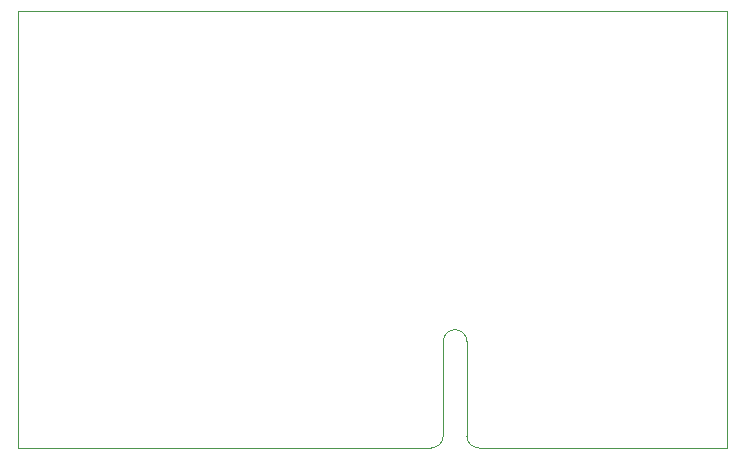
<source format=gbr>
%TF.GenerationSoftware,KiCad,Pcbnew,5.1.10-1.fc33*%
%TF.CreationDate,2021-08-28T17:16:11-07:00*%
%TF.ProjectId,hardware,68617264-7761-4726-952e-6b696361645f,rev?*%
%TF.SameCoordinates,Original*%
%TF.FileFunction,Profile,NP*%
%FSLAX46Y46*%
G04 Gerber Fmt 4.6, Leading zero omitted, Abs format (unit mm)*
G04 Created by KiCad (PCBNEW 5.1.10-1.fc33) date 2021-08-28 17:16:11*
%MOMM*%
%LPD*%
G01*
G04 APERTURE LIST*
%TA.AperFunction,Profile*%
%ADD10C,0.050000*%
%TD*%
G04 APERTURE END LIST*
D10*
X121000000Y-130000000D02*
X86000000Y-130000000D01*
X125000000Y-130000000D02*
X146000000Y-130000000D01*
X122000000Y-121000000D02*
X122000000Y-129000000D01*
X124000000Y-121000000D02*
X124000000Y-129000000D01*
X123000000Y-120000000D02*
G75*
G02*
X124000000Y-121000000I0J-1000000D01*
G01*
X122000000Y-121000000D02*
G75*
G02*
X123000000Y-120000000I1000000J0D01*
G01*
X122000000Y-129000000D02*
G75*
G02*
X121000000Y-130000000I-1000000J0D01*
G01*
X125000000Y-130000000D02*
G75*
G02*
X124000000Y-129000000I0J1000000D01*
G01*
X86000000Y-93000000D02*
X86000000Y-130000000D01*
X146000000Y-93000000D02*
X86000000Y-93000000D01*
X146000000Y-130000000D02*
X146000000Y-93000000D01*
M02*

</source>
